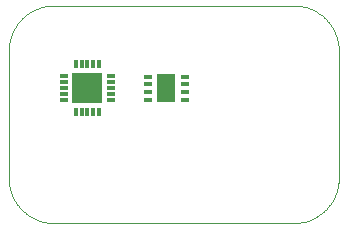
<source format=gtp>
G04 EAGLE Gerber X2 export*
%TF.Part,Single*%
%TF.FileFunction,Other,Solder paste top*%
%TF.FilePolarity,Positive*%
%TF.GenerationSoftware,Autodesk,EAGLE,9.0.0*%
%TF.CreationDate,2018-05-03T06:16:29Z*%
G75*
%MOMM*%
%FSLAX35Y35*%
%LPD*%
%AMOC8*
5,1,8,0,0,1.08239X$1,22.5*%
G01*
%ADD10C,0.076200*%
%ADD11R,2.500000X2.500000*%
%ADD12R,0.750000X0.300000*%
%ADD13R,0.300000X0.750000*%
%ADD14R,1.550000X2.400000*%
%ADD15R,0.650000X0.350000*%


D10*
X2413000Y1841500D02*
X381000Y1841500D01*
X0Y1460500D02*
X0Y381000D01*
X381000Y0D02*
X2413000Y0D01*
X2794000Y381000D02*
X2794000Y1460500D01*
X381000Y1841500D02*
X371794Y1841389D01*
X362593Y1841055D01*
X353402Y1840499D01*
X344228Y1839721D01*
X335076Y1838722D01*
X325950Y1837502D01*
X316856Y1836062D01*
X307800Y1834402D01*
X298786Y1832524D01*
X289821Y1830429D01*
X280908Y1828118D01*
X272055Y1825592D01*
X263265Y1822853D01*
X254543Y1819902D01*
X245896Y1816741D01*
X237327Y1813373D01*
X228842Y1809798D01*
X220446Y1806019D01*
X212144Y1802039D01*
X203940Y1797859D01*
X195840Y1793482D01*
X187848Y1788910D01*
X179969Y1784147D01*
X172207Y1779195D01*
X164567Y1774057D01*
X157054Y1768735D01*
X149671Y1763234D01*
X142423Y1757556D01*
X135315Y1751704D01*
X128350Y1745683D01*
X121533Y1739494D01*
X114867Y1733143D01*
X108357Y1726633D01*
X102006Y1719967D01*
X95817Y1713150D01*
X89796Y1706185D01*
X83944Y1699077D01*
X78266Y1691829D01*
X72765Y1684446D01*
X67443Y1676933D01*
X62305Y1669293D01*
X57353Y1661531D01*
X52590Y1653652D01*
X48018Y1645660D01*
X43641Y1637560D01*
X39461Y1629356D01*
X35481Y1621054D01*
X31702Y1612658D01*
X28127Y1604173D01*
X24759Y1595604D01*
X21598Y1586957D01*
X18647Y1578235D01*
X15908Y1569445D01*
X13382Y1560592D01*
X11071Y1551679D01*
X8976Y1542714D01*
X7098Y1533700D01*
X5438Y1524644D01*
X3998Y1515550D01*
X2778Y1506424D01*
X1779Y1497272D01*
X1001Y1488098D01*
X445Y1478907D01*
X111Y1469706D01*
X0Y1460500D01*
X2413000Y1841500D02*
X2422206Y1841389D01*
X2431407Y1841055D01*
X2440598Y1840499D01*
X2449772Y1839721D01*
X2458924Y1838722D01*
X2468050Y1837502D01*
X2477144Y1836062D01*
X2486200Y1834402D01*
X2495214Y1832524D01*
X2504179Y1830429D01*
X2513092Y1828118D01*
X2521945Y1825592D01*
X2530735Y1822853D01*
X2539457Y1819902D01*
X2548104Y1816741D01*
X2556673Y1813373D01*
X2565158Y1809798D01*
X2573554Y1806019D01*
X2581856Y1802039D01*
X2590060Y1797859D01*
X2598160Y1793482D01*
X2606152Y1788910D01*
X2614031Y1784147D01*
X2621793Y1779195D01*
X2629433Y1774057D01*
X2636946Y1768735D01*
X2644329Y1763234D01*
X2651577Y1757556D01*
X2658685Y1751704D01*
X2665650Y1745683D01*
X2672467Y1739494D01*
X2679133Y1733143D01*
X2685643Y1726633D01*
X2691994Y1719967D01*
X2698183Y1713150D01*
X2704204Y1706185D01*
X2710056Y1699077D01*
X2715734Y1691829D01*
X2721235Y1684446D01*
X2726557Y1676933D01*
X2731695Y1669293D01*
X2736647Y1661531D01*
X2741410Y1653652D01*
X2745982Y1645660D01*
X2750359Y1637560D01*
X2754539Y1629356D01*
X2758519Y1621054D01*
X2762298Y1612658D01*
X2765873Y1604173D01*
X2769241Y1595604D01*
X2772402Y1586957D01*
X2775353Y1578235D01*
X2778092Y1569445D01*
X2780618Y1560592D01*
X2782929Y1551679D01*
X2785024Y1542714D01*
X2786902Y1533700D01*
X2788562Y1524644D01*
X2790002Y1515550D01*
X2791222Y1506424D01*
X2792221Y1497272D01*
X2792999Y1488098D01*
X2793555Y1478907D01*
X2793889Y1469706D01*
X2794000Y1460500D01*
X381000Y0D02*
X371794Y111D01*
X362593Y445D01*
X353402Y1001D01*
X344228Y1779D01*
X335076Y2778D01*
X325950Y3998D01*
X316856Y5438D01*
X307800Y7098D01*
X298786Y8976D01*
X289821Y11071D01*
X280908Y13382D01*
X272055Y15908D01*
X263265Y18647D01*
X254543Y21598D01*
X245896Y24759D01*
X237327Y28127D01*
X228842Y31702D01*
X220446Y35481D01*
X212144Y39461D01*
X203940Y43641D01*
X195840Y48018D01*
X187848Y52590D01*
X179969Y57353D01*
X172207Y62305D01*
X164567Y67443D01*
X157054Y72765D01*
X149671Y78266D01*
X142423Y83944D01*
X135315Y89796D01*
X128350Y95817D01*
X121533Y102006D01*
X114867Y108357D01*
X108357Y114867D01*
X102006Y121533D01*
X95817Y128350D01*
X89796Y135315D01*
X83944Y142423D01*
X78266Y149671D01*
X72765Y157054D01*
X67443Y164567D01*
X62305Y172207D01*
X57353Y179969D01*
X52590Y187848D01*
X48018Y195840D01*
X43641Y203940D01*
X39461Y212144D01*
X35481Y220446D01*
X31702Y228842D01*
X28127Y237327D01*
X24759Y245896D01*
X21598Y254543D01*
X18647Y263265D01*
X15908Y272055D01*
X13382Y280908D01*
X11071Y289821D01*
X8976Y298786D01*
X7098Y307800D01*
X5438Y316856D01*
X3998Y325950D01*
X2778Y335076D01*
X1779Y344228D01*
X1001Y353402D01*
X445Y362593D01*
X111Y371794D01*
X0Y381000D01*
X2413000Y0D02*
X2422206Y111D01*
X2431407Y445D01*
X2440598Y1001D01*
X2449772Y1779D01*
X2458924Y2778D01*
X2468050Y3998D01*
X2477144Y5438D01*
X2486200Y7098D01*
X2495214Y8976D01*
X2504179Y11071D01*
X2513092Y13382D01*
X2521945Y15908D01*
X2530735Y18647D01*
X2539457Y21598D01*
X2548104Y24759D01*
X2556673Y28127D01*
X2565158Y31702D01*
X2573554Y35481D01*
X2581856Y39461D01*
X2590060Y43641D01*
X2598160Y48018D01*
X2606152Y52590D01*
X2614031Y57353D01*
X2621793Y62305D01*
X2629433Y67443D01*
X2636946Y72765D01*
X2644329Y78266D01*
X2651577Y83944D01*
X2658685Y89796D01*
X2665650Y95817D01*
X2672467Y102006D01*
X2679133Y108357D01*
X2685643Y114867D01*
X2691994Y121533D01*
X2698183Y128350D01*
X2704204Y135315D01*
X2710056Y142423D01*
X2715734Y149671D01*
X2721235Y157054D01*
X2726557Y164567D01*
X2731695Y172207D01*
X2736647Y179969D01*
X2741410Y187848D01*
X2745982Y195840D01*
X2750359Y203940D01*
X2754539Y212144D01*
X2758519Y220446D01*
X2762298Y228842D01*
X2765873Y237327D01*
X2769241Y245896D01*
X2772402Y254543D01*
X2775353Y263265D01*
X2778092Y272055D01*
X2780618Y280908D01*
X2782929Y289821D01*
X2785024Y298786D01*
X2786902Y307800D01*
X2788562Y316856D01*
X2790002Y325950D01*
X2791222Y335076D01*
X2792221Y344228D01*
X2792999Y353402D01*
X2793555Y362593D01*
X2793889Y371794D01*
X2794000Y381000D01*
D11*
X666750Y1143000D03*
D12*
X866750Y1243000D03*
X866750Y1193000D03*
X866750Y1143000D03*
X866750Y1093000D03*
X866750Y1043000D03*
X466750Y1043000D03*
X466750Y1093000D03*
X466750Y1143000D03*
X466750Y1193000D03*
X466750Y1243000D03*
D13*
X566750Y943000D03*
X616750Y943000D03*
X666750Y943000D03*
X716750Y943000D03*
X766750Y943000D03*
X766750Y1343000D03*
X716750Y1343000D03*
X666750Y1343000D03*
X616750Y1343000D03*
X566750Y1343000D03*
D11*
X666750Y1143000D03*
D14*
X1333500Y1143000D03*
D15*
X1178500Y1240500D03*
X1178500Y1175500D03*
X1178500Y1110500D03*
X1178500Y1045500D03*
X1488500Y1240500D03*
X1488500Y1175500D03*
X1488500Y1110500D03*
X1488500Y1045500D03*
M02*

</source>
